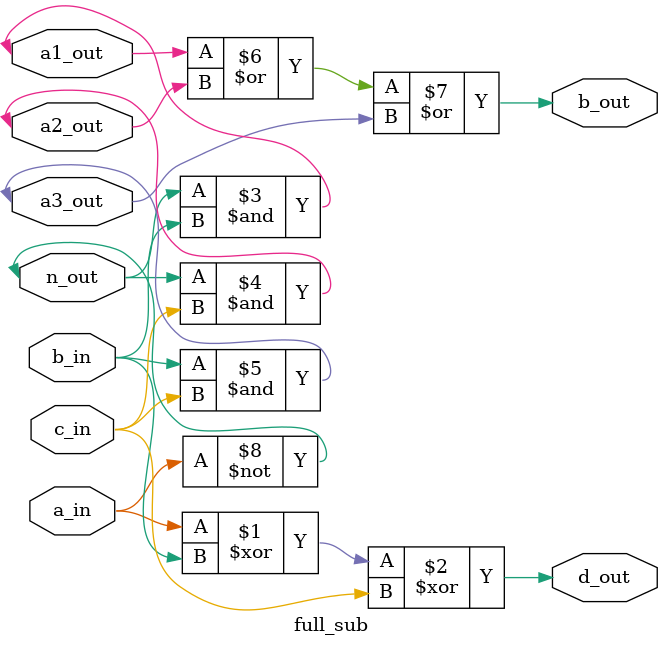
<source format=v>
module full_sub (d_out,b_out,a2_out,a3_out,a1_out,n_out,a_in,b_in,c_in);

input a_in,b_in,c_in;
output d_out,b_out;
inout a1_out,a2_out,a3_out,n_out;

xor dut1 (d_out,a_in,b_in,c_in);
not dut6 (n_out,a_in);
and dut2 (a1_out,n_out,b_in);
and dut3 (a2_out,n_out,c_in);
and dut4 (a3_out,b_in,c_in);
or dut5 (b_out,a1_out,a2_out,a3_out);

endmodule

</source>
